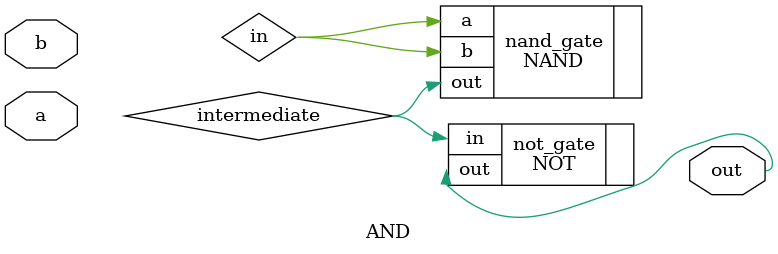
<source format=v>
module AND (
    input a, b,
    output out
);
    wire intermediate; 

    NAND nand_gate (
        .a(in),
        .b(in),
        .out(intermediate)
    );
    NOT not_gate (
        .in(intermediate),
        .out(out)
    );
endmodule
</source>
